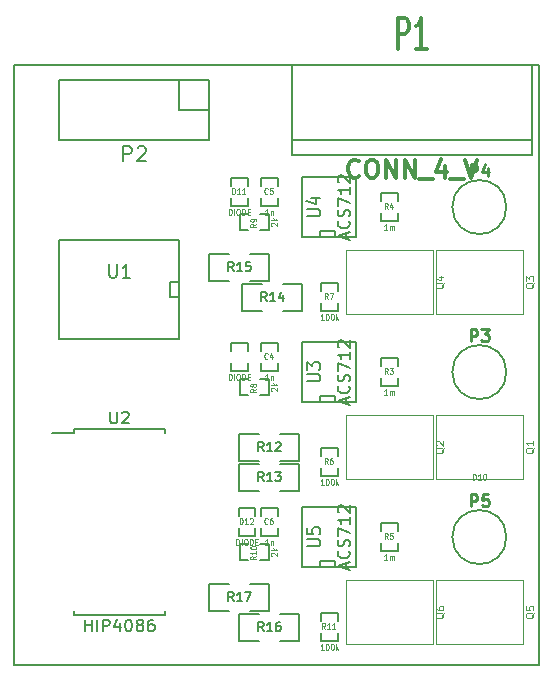
<source format=gbr>
%FSLAX46Y46*%
G04 Gerber Fmt 4.6, Leading zero omitted, Abs format (unit mm)*
G04 Created by KiCad (PCBNEW (2014-10-27 BZR 5228)-product) date 06.12.2014 02:57:52*
%MOMM*%
G01*
G04 APERTURE LIST*
%ADD10C,0.100000*%
%ADD11C,0.200000*%
%ADD12C,0.150000*%
%ADD13C,0.203200*%
%ADD14C,0.304800*%
%ADD15C,0.114300*%
%ADD16C,0.127000*%
%ADD17C,0.254000*%
G04 APERTURE END LIST*
D10*
D11*
X215900000Y-80645000D02*
X215900000Y-29845000D01*
X171450000Y-80645000D02*
X215900000Y-80645000D01*
X171450000Y-29845000D02*
X171450000Y-80645000D01*
X215900000Y-29845000D02*
X171450000Y-29845000D01*
D10*
X214520000Y-59530000D02*
X214520000Y-64930000D01*
X214520000Y-64930000D02*
X207120000Y-64930000D01*
X207120000Y-59530000D02*
X207120000Y-64930000D01*
X214520000Y-59530000D02*
X207120000Y-59530000D01*
X214520000Y-73500000D02*
X214520000Y-78900000D01*
X214520000Y-78900000D02*
X207120000Y-78900000D01*
X207120000Y-73500000D02*
X207120000Y-78900000D01*
X214520000Y-73500000D02*
X207120000Y-73500000D01*
X206900000Y-73500000D02*
X206900000Y-78900000D01*
X206900000Y-78900000D02*
X199500000Y-78900000D01*
X199500000Y-73500000D02*
X199500000Y-78900000D01*
X206900000Y-73500000D02*
X199500000Y-73500000D01*
D12*
X187960000Y-36195000D02*
X175260000Y-36195000D01*
X175260000Y-36195000D02*
X175260000Y-31115000D01*
X175260000Y-31115000D02*
X185420000Y-31115000D01*
X187960000Y-36195000D02*
X187960000Y-33655000D01*
X187960000Y-31115000D02*
X185420000Y-31115000D01*
X187960000Y-33655000D02*
X185420000Y-33655000D01*
X185420000Y-33655000D02*
X185420000Y-31115000D01*
X187960000Y-31115000D02*
X187960000Y-33655000D01*
X194945000Y-29845000D02*
X194945000Y-37465000D01*
X215265000Y-37465000D02*
X215265000Y-29845000D01*
X215265000Y-36195000D02*
X194945000Y-36195000D01*
X194945000Y-29845000D02*
X215265000Y-29845000D01*
X194945000Y-37465000D02*
X215265000Y-37465000D01*
X175260000Y-44704000D02*
X185420000Y-44704000D01*
X185420000Y-44704000D02*
X185420000Y-53086000D01*
X185420000Y-53086000D02*
X175260000Y-53086000D01*
X175260000Y-53086000D02*
X175260000Y-44704000D01*
X185420000Y-49530000D02*
X184658000Y-49530000D01*
X184658000Y-49530000D02*
X184658000Y-48260000D01*
X184658000Y-48260000D02*
X185420000Y-48260000D01*
X197421500Y-64000380D02*
X197421500Y-64706500D01*
X197421500Y-64706500D02*
X198818500Y-64706500D01*
X198818500Y-64706500D02*
X198818500Y-64000380D01*
X197421500Y-62293500D02*
X197421500Y-62999620D01*
X197421500Y-62293500D02*
X198818500Y-62293500D01*
X198818500Y-62293500D02*
X198818500Y-62999620D01*
X190754000Y-48387000D02*
X190754000Y-50673000D01*
X190754000Y-50673000D02*
X192405000Y-50673000D01*
X194183000Y-48387000D02*
X195834000Y-48387000D01*
X195834000Y-48387000D02*
X195834000Y-50673000D01*
X195834000Y-50673000D02*
X194183000Y-50673000D01*
X192405000Y-48387000D02*
X190754000Y-48387000D01*
X195834000Y-44450000D02*
X195834000Y-39370000D01*
X195834000Y-39370000D02*
X200406000Y-39370000D01*
X200406000Y-39370000D02*
X200406000Y-44450000D01*
X200406000Y-44450000D02*
X195834000Y-44450000D01*
X197358000Y-44450000D02*
X197358000Y-43942000D01*
X197358000Y-43942000D02*
X198628000Y-43942000D01*
X198628000Y-43942000D02*
X198628000Y-44450000D01*
D10*
X206900000Y-45560000D02*
X206900000Y-50960000D01*
X206900000Y-50960000D02*
X199500000Y-50960000D01*
X199500000Y-45560000D02*
X199500000Y-50960000D01*
X206900000Y-45560000D02*
X199500000Y-45560000D01*
D12*
X213106000Y-41910000D02*
G75*
G03X213106000Y-41910000I-2286000J0D01*
G01*
D10*
X214520000Y-45560000D02*
X214520000Y-50960000D01*
X214520000Y-50960000D02*
X207120000Y-50960000D01*
X207120000Y-45560000D02*
X207120000Y-50960000D01*
X214520000Y-45560000D02*
X207120000Y-45560000D01*
X206900000Y-59530000D02*
X206900000Y-64930000D01*
X206900000Y-64930000D02*
X199500000Y-64930000D01*
X199500000Y-59530000D02*
X199500000Y-64930000D01*
X206900000Y-59530000D02*
X199500000Y-59530000D01*
D12*
X176465000Y-60705000D02*
X176465000Y-61070000D01*
X184215000Y-60705000D02*
X184215000Y-61070000D01*
X184215000Y-76455000D02*
X184215000Y-76090000D01*
X176465000Y-76455000D02*
X176465000Y-76090000D01*
X176465000Y-60705000D02*
X184215000Y-60705000D01*
X176465000Y-76455000D02*
X184215000Y-76455000D01*
X176465000Y-61070000D02*
X174640000Y-61070000D01*
X190500000Y-61087000D02*
X190500000Y-63373000D01*
X190500000Y-63373000D02*
X192151000Y-63373000D01*
X193929000Y-61087000D02*
X195580000Y-61087000D01*
X195580000Y-61087000D02*
X195580000Y-63373000D01*
X195580000Y-63373000D02*
X193929000Y-63373000D01*
X192151000Y-61087000D02*
X190500000Y-61087000D01*
X213106000Y-69850000D02*
G75*
G03X213106000Y-69850000I-2286000J0D01*
G01*
X192341500Y-41140380D02*
X192341500Y-41846500D01*
X192341500Y-41846500D02*
X193738500Y-41846500D01*
X193738500Y-41846500D02*
X193738500Y-41140380D01*
X192341500Y-39433500D02*
X192341500Y-40139620D01*
X192341500Y-39433500D02*
X193738500Y-39433500D01*
X193738500Y-39433500D02*
X193738500Y-40139620D01*
X192341500Y-69080380D02*
X192341500Y-69786500D01*
X192341500Y-69786500D02*
X193738500Y-69786500D01*
X193738500Y-69786500D02*
X193738500Y-69080380D01*
X192341500Y-67373500D02*
X192341500Y-68079620D01*
X192341500Y-67373500D02*
X193738500Y-67373500D01*
X193738500Y-67373500D02*
X193738500Y-68079620D01*
X189801500Y-55110380D02*
X189801500Y-55816500D01*
X189801500Y-55816500D02*
X191198500Y-55816500D01*
X191198500Y-55816500D02*
X191198500Y-55110380D01*
X189801500Y-53403500D02*
X189801500Y-54109620D01*
X189801500Y-53403500D02*
X191198500Y-53403500D01*
X191198500Y-53403500D02*
X191198500Y-54109620D01*
X189801500Y-41140380D02*
X189801500Y-41846500D01*
X189801500Y-41846500D02*
X191198500Y-41846500D01*
X191198500Y-41846500D02*
X191198500Y-41140380D01*
X189801500Y-39433500D02*
X189801500Y-40139620D01*
X189801500Y-39433500D02*
X191198500Y-39433500D01*
X191198500Y-39433500D02*
X191198500Y-40139620D01*
X190436500Y-69080380D02*
X190436500Y-69786500D01*
X190436500Y-69786500D02*
X191833500Y-69786500D01*
X191833500Y-69786500D02*
X191833500Y-69080380D01*
X190436500Y-67373500D02*
X190436500Y-68079620D01*
X190436500Y-67373500D02*
X191833500Y-67373500D01*
X191833500Y-67373500D02*
X191833500Y-68079620D01*
X202501500Y-42410380D02*
X202501500Y-43116500D01*
X202501500Y-43116500D02*
X203898500Y-43116500D01*
X203898500Y-43116500D02*
X203898500Y-42410380D01*
X202501500Y-40703500D02*
X202501500Y-41409620D01*
X202501500Y-40703500D02*
X203898500Y-40703500D01*
X203898500Y-40703500D02*
X203898500Y-41409620D01*
X202501500Y-70350380D02*
X202501500Y-71056500D01*
X202501500Y-71056500D02*
X203898500Y-71056500D01*
X203898500Y-71056500D02*
X203898500Y-70350380D01*
X202501500Y-68643500D02*
X202501500Y-69349620D01*
X202501500Y-68643500D02*
X203898500Y-68643500D01*
X203898500Y-68643500D02*
X203898500Y-69349620D01*
X197421500Y-50030380D02*
X197421500Y-50736500D01*
X197421500Y-50736500D02*
X198818500Y-50736500D01*
X198818500Y-50736500D02*
X198818500Y-50030380D01*
X197421500Y-48323500D02*
X197421500Y-49029620D01*
X197421500Y-48323500D02*
X198818500Y-48323500D01*
X198818500Y-48323500D02*
X198818500Y-49029620D01*
X192270380Y-57848500D02*
X192976500Y-57848500D01*
X192976500Y-57848500D02*
X192976500Y-56451500D01*
X192976500Y-56451500D02*
X192270380Y-56451500D01*
X190563500Y-57848500D02*
X191269620Y-57848500D01*
X190563500Y-57848500D02*
X190563500Y-56451500D01*
X190563500Y-56451500D02*
X191269620Y-56451500D01*
X192270380Y-43878500D02*
X192976500Y-43878500D01*
X192976500Y-43878500D02*
X192976500Y-42481500D01*
X192976500Y-42481500D02*
X192270380Y-42481500D01*
X190563500Y-43878500D02*
X191269620Y-43878500D01*
X190563500Y-43878500D02*
X190563500Y-42481500D01*
X190563500Y-42481500D02*
X191269620Y-42481500D01*
X192270380Y-71818500D02*
X192976500Y-71818500D01*
X192976500Y-71818500D02*
X192976500Y-70421500D01*
X192976500Y-70421500D02*
X192270380Y-70421500D01*
X190563500Y-71818500D02*
X191269620Y-71818500D01*
X190563500Y-71818500D02*
X190563500Y-70421500D01*
X190563500Y-70421500D02*
X191269620Y-70421500D01*
X197421500Y-77970380D02*
X197421500Y-78676500D01*
X197421500Y-78676500D02*
X198818500Y-78676500D01*
X198818500Y-78676500D02*
X198818500Y-77970380D01*
X197421500Y-76263500D02*
X197421500Y-76969620D01*
X197421500Y-76263500D02*
X198818500Y-76263500D01*
X198818500Y-76263500D02*
X198818500Y-76969620D01*
X195834000Y-72390000D02*
X195834000Y-67310000D01*
X195834000Y-67310000D02*
X200406000Y-67310000D01*
X200406000Y-67310000D02*
X200406000Y-72390000D01*
X200406000Y-72390000D02*
X195834000Y-72390000D01*
X197358000Y-72390000D02*
X197358000Y-71882000D01*
X197358000Y-71882000D02*
X198628000Y-71882000D01*
X198628000Y-71882000D02*
X198628000Y-72390000D01*
X192341500Y-55110380D02*
X192341500Y-55816500D01*
X192341500Y-55816500D02*
X193738500Y-55816500D01*
X193738500Y-55816500D02*
X193738500Y-55110380D01*
X192341500Y-53403500D02*
X192341500Y-54109620D01*
X192341500Y-53403500D02*
X193738500Y-53403500D01*
X193738500Y-53403500D02*
X193738500Y-54109620D01*
X202501500Y-56380380D02*
X202501500Y-57086500D01*
X202501500Y-57086500D02*
X203898500Y-57086500D01*
X203898500Y-57086500D02*
X203898500Y-56380380D01*
X202501500Y-54673500D02*
X202501500Y-55379620D01*
X202501500Y-54673500D02*
X203898500Y-54673500D01*
X203898500Y-54673500D02*
X203898500Y-55379620D01*
X195834000Y-58420000D02*
X195834000Y-53340000D01*
X195834000Y-53340000D02*
X200406000Y-53340000D01*
X200406000Y-53340000D02*
X200406000Y-58420000D01*
X200406000Y-58420000D02*
X195834000Y-58420000D01*
X197358000Y-58420000D02*
X197358000Y-57912000D01*
X197358000Y-57912000D02*
X198628000Y-57912000D01*
X198628000Y-57912000D02*
X198628000Y-58420000D01*
X213106000Y-55880000D02*
G75*
G03X213106000Y-55880000I-2286000J0D01*
G01*
X190500000Y-63627000D02*
X190500000Y-65913000D01*
X190500000Y-65913000D02*
X192151000Y-65913000D01*
X193929000Y-63627000D02*
X195580000Y-63627000D01*
X195580000Y-63627000D02*
X195580000Y-65913000D01*
X195580000Y-65913000D02*
X193929000Y-65913000D01*
X192151000Y-63627000D02*
X190500000Y-63627000D01*
X187960000Y-45847000D02*
X187960000Y-48133000D01*
X187960000Y-48133000D02*
X189611000Y-48133000D01*
X191389000Y-45847000D02*
X193040000Y-45847000D01*
X193040000Y-45847000D02*
X193040000Y-48133000D01*
X193040000Y-48133000D02*
X191389000Y-48133000D01*
X189611000Y-45847000D02*
X187960000Y-45847000D01*
X190500000Y-76327000D02*
X190500000Y-78613000D01*
X190500000Y-78613000D02*
X192151000Y-78613000D01*
X193929000Y-76327000D02*
X195580000Y-76327000D01*
X195580000Y-76327000D02*
X195580000Y-78613000D01*
X195580000Y-78613000D02*
X193929000Y-78613000D01*
X192151000Y-76327000D02*
X190500000Y-76327000D01*
X187960000Y-73787000D02*
X187960000Y-76073000D01*
X187960000Y-76073000D02*
X189611000Y-76073000D01*
X191389000Y-73787000D02*
X193040000Y-73787000D01*
X193040000Y-73787000D02*
X193040000Y-76073000D01*
X193040000Y-76073000D02*
X191389000Y-76073000D01*
X189611000Y-73787000D02*
X187960000Y-73787000D01*
D10*
X215462262Y-62289524D02*
X215432500Y-62349048D01*
X215372976Y-62408571D01*
X215283690Y-62497857D01*
X215253929Y-62557381D01*
X215253929Y-62616905D01*
X215402738Y-62587143D02*
X215372976Y-62646667D01*
X215313452Y-62706190D01*
X215194405Y-62735952D01*
X214986071Y-62735952D01*
X214867024Y-62706190D01*
X214807500Y-62646667D01*
X214777738Y-62587143D01*
X214777738Y-62468095D01*
X214807500Y-62408571D01*
X214867024Y-62349048D01*
X214986071Y-62319286D01*
X215194405Y-62319286D01*
X215313452Y-62349048D01*
X215372976Y-62408571D01*
X215402738Y-62468095D01*
X215402738Y-62587143D01*
X215402738Y-61724048D02*
X215402738Y-62081190D01*
X215402738Y-61902619D02*
X214777738Y-61902619D01*
X214867024Y-61962143D01*
X214926548Y-62021667D01*
X214956310Y-62081190D01*
X215462262Y-76259524D02*
X215432500Y-76319048D01*
X215372976Y-76378571D01*
X215283690Y-76467857D01*
X215253929Y-76527381D01*
X215253929Y-76586905D01*
X215402738Y-76557143D02*
X215372976Y-76616667D01*
X215313452Y-76676190D01*
X215194405Y-76705952D01*
X214986071Y-76705952D01*
X214867024Y-76676190D01*
X214807500Y-76616667D01*
X214777738Y-76557143D01*
X214777738Y-76438095D01*
X214807500Y-76378571D01*
X214867024Y-76319048D01*
X214986071Y-76289286D01*
X215194405Y-76289286D01*
X215313452Y-76319048D01*
X215372976Y-76378571D01*
X215402738Y-76438095D01*
X215402738Y-76557143D01*
X214777738Y-75723809D02*
X214777738Y-76021428D01*
X215075357Y-76051190D01*
X215045595Y-76021428D01*
X215015833Y-75961905D01*
X215015833Y-75813095D01*
X215045595Y-75753571D01*
X215075357Y-75723809D01*
X215134881Y-75694048D01*
X215283690Y-75694048D01*
X215343214Y-75723809D01*
X215372976Y-75753571D01*
X215402738Y-75813095D01*
X215402738Y-75961905D01*
X215372976Y-76021428D01*
X215343214Y-76051190D01*
X207842262Y-76259524D02*
X207812500Y-76319048D01*
X207752976Y-76378571D01*
X207663690Y-76467857D01*
X207633929Y-76527381D01*
X207633929Y-76586905D01*
X207782738Y-76557143D02*
X207752976Y-76616667D01*
X207693452Y-76676190D01*
X207574405Y-76705952D01*
X207366071Y-76705952D01*
X207247024Y-76676190D01*
X207187500Y-76616667D01*
X207157738Y-76557143D01*
X207157738Y-76438095D01*
X207187500Y-76378571D01*
X207247024Y-76319048D01*
X207366071Y-76289286D01*
X207574405Y-76289286D01*
X207693452Y-76319048D01*
X207752976Y-76378571D01*
X207782738Y-76438095D01*
X207782738Y-76557143D01*
X207157738Y-75753571D02*
X207157738Y-75872619D01*
X207187500Y-75932143D01*
X207217262Y-75961905D01*
X207306548Y-76021428D01*
X207425595Y-76051190D01*
X207663690Y-76051190D01*
X207723214Y-76021428D01*
X207752976Y-75991667D01*
X207782738Y-75932143D01*
X207782738Y-75813095D01*
X207752976Y-75753571D01*
X207723214Y-75723809D01*
X207663690Y-75694048D01*
X207514881Y-75694048D01*
X207455357Y-75723809D01*
X207425595Y-75753571D01*
X207395833Y-75813095D01*
X207395833Y-75932143D01*
X207425595Y-75991667D01*
X207455357Y-76021428D01*
X207514881Y-76051190D01*
D13*
X180672619Y-38039524D02*
X180672619Y-36769524D01*
X181156428Y-36769524D01*
X181277381Y-36830000D01*
X181337857Y-36890476D01*
X181398333Y-37011429D01*
X181398333Y-37192857D01*
X181337857Y-37313810D01*
X181277381Y-37374286D01*
X181156428Y-37434762D01*
X180672619Y-37434762D01*
X181882143Y-36890476D02*
X181942619Y-36830000D01*
X182063571Y-36769524D01*
X182365952Y-36769524D01*
X182486905Y-36830000D01*
X182547381Y-36890476D01*
X182607857Y-37011429D01*
X182607857Y-37132381D01*
X182547381Y-37313810D01*
X181821667Y-38039524D01*
X182607857Y-38039524D01*
D14*
X203925775Y-28488519D02*
X203925775Y-25872319D01*
X204534408Y-25872319D01*
X204686566Y-25996900D01*
X204762645Y-26121481D01*
X204838724Y-26370643D01*
X204838724Y-26744386D01*
X204762645Y-26993548D01*
X204686566Y-27118129D01*
X204534408Y-27242710D01*
X203925775Y-27242710D01*
X206360305Y-28488519D02*
X205447356Y-28488519D01*
X205903830Y-28488519D02*
X205903830Y-25872319D01*
X205751672Y-26246062D01*
X205599514Y-26495224D01*
X205447356Y-26619805D01*
X200641857Y-39279286D02*
X200569286Y-39351857D01*
X200351572Y-39424429D01*
X200206429Y-39424429D01*
X199988714Y-39351857D01*
X199843572Y-39206714D01*
X199771000Y-39061571D01*
X199698429Y-38771286D01*
X199698429Y-38553571D01*
X199771000Y-38263286D01*
X199843572Y-38118143D01*
X199988714Y-37973000D01*
X200206429Y-37900429D01*
X200351572Y-37900429D01*
X200569286Y-37973000D01*
X200641857Y-38045571D01*
X201585286Y-37900429D02*
X201875572Y-37900429D01*
X202020714Y-37973000D01*
X202165857Y-38118143D01*
X202238429Y-38408429D01*
X202238429Y-38916429D01*
X202165857Y-39206714D01*
X202020714Y-39351857D01*
X201875572Y-39424429D01*
X201585286Y-39424429D01*
X201440143Y-39351857D01*
X201295000Y-39206714D01*
X201222429Y-38916429D01*
X201222429Y-38408429D01*
X201295000Y-38118143D01*
X201440143Y-37973000D01*
X201585286Y-37900429D01*
X202891571Y-39424429D02*
X202891571Y-37900429D01*
X203762428Y-39424429D01*
X203762428Y-37900429D01*
X204488142Y-39424429D02*
X204488142Y-37900429D01*
X205358999Y-39424429D01*
X205358999Y-37900429D01*
X205721856Y-39569571D02*
X206882999Y-39569571D01*
X207898999Y-38408429D02*
X207898999Y-39424429D01*
X207536142Y-37827857D02*
X207173285Y-38916429D01*
X208116713Y-38916429D01*
X208334428Y-39569571D02*
X209495571Y-39569571D01*
X209640714Y-37900429D02*
X210148714Y-39424429D01*
X210656714Y-37900429D01*
D13*
X179469143Y-46745071D02*
X179469143Y-47670357D01*
X179523571Y-47779214D01*
X179578000Y-47833643D01*
X179686857Y-47888071D01*
X179904571Y-47888071D01*
X180013429Y-47833643D01*
X180067857Y-47779214D01*
X180122286Y-47670357D01*
X180122286Y-46745071D01*
X181265286Y-47888071D02*
X180612143Y-47888071D01*
X180938715Y-47888071D02*
X180938715Y-46745071D01*
X180829858Y-46908357D01*
X180721000Y-47017214D01*
X180612143Y-47071643D01*
D15*
X197980300Y-63662862D02*
X197827900Y-63424586D01*
X197719043Y-63662862D02*
X197719043Y-63162482D01*
X197893215Y-63162482D01*
X197936757Y-63186310D01*
X197958529Y-63210138D01*
X197980300Y-63257793D01*
X197980300Y-63329276D01*
X197958529Y-63376931D01*
X197936757Y-63400759D01*
X197893215Y-63424586D01*
X197719043Y-63424586D01*
X198372186Y-63162482D02*
X198285100Y-63162482D01*
X198241557Y-63186310D01*
X198219786Y-63210138D01*
X198176243Y-63281620D01*
X198154472Y-63376931D01*
X198154472Y-63567552D01*
X198176243Y-63615207D01*
X198198015Y-63639035D01*
X198241557Y-63662862D01*
X198328643Y-63662862D01*
X198372186Y-63639035D01*
X198393957Y-63615207D01*
X198415729Y-63567552D01*
X198415729Y-63448414D01*
X198393957Y-63400759D01*
X198372186Y-63376931D01*
X198328643Y-63353103D01*
X198241557Y-63353103D01*
X198198015Y-63376931D01*
X198176243Y-63400759D01*
X198154472Y-63448414D01*
X197630143Y-65429070D02*
X197368886Y-65429070D01*
X197499514Y-65429070D02*
X197499514Y-64921070D01*
X197455971Y-64993641D01*
X197412429Y-65042022D01*
X197368886Y-65066212D01*
X197913172Y-64921070D02*
X197956715Y-64921070D01*
X198000258Y-64945260D01*
X198022029Y-64969450D01*
X198043800Y-65017831D01*
X198065572Y-65114593D01*
X198065572Y-65235546D01*
X198043800Y-65332308D01*
X198022029Y-65380689D01*
X198000258Y-65404879D01*
X197956715Y-65429070D01*
X197913172Y-65429070D01*
X197869629Y-65404879D01*
X197847858Y-65380689D01*
X197826086Y-65332308D01*
X197804315Y-65235546D01*
X197804315Y-65114593D01*
X197826086Y-65017831D01*
X197847858Y-64969450D01*
X197869629Y-64945260D01*
X197913172Y-64921070D01*
X198348601Y-64921070D02*
X198392144Y-64921070D01*
X198435687Y-64945260D01*
X198457458Y-64969450D01*
X198479229Y-65017831D01*
X198501001Y-65114593D01*
X198501001Y-65235546D01*
X198479229Y-65332308D01*
X198457458Y-65380689D01*
X198435687Y-65404879D01*
X198392144Y-65429070D01*
X198348601Y-65429070D01*
X198305058Y-65404879D01*
X198283287Y-65380689D01*
X198261515Y-65332308D01*
X198239744Y-65235546D01*
X198239744Y-65114593D01*
X198261515Y-65017831D01*
X198283287Y-64969450D01*
X198305058Y-64945260D01*
X198348601Y-64921070D01*
X198696944Y-65429070D02*
X198696944Y-64921070D01*
X198740487Y-65235546D02*
X198871116Y-65429070D01*
X198871116Y-65090403D02*
X198696944Y-65283927D01*
D16*
X192804143Y-49874714D02*
X192550143Y-49511857D01*
X192368715Y-49874714D02*
X192368715Y-49112714D01*
X192659000Y-49112714D01*
X192731572Y-49149000D01*
X192767857Y-49185286D01*
X192804143Y-49257857D01*
X192804143Y-49366714D01*
X192767857Y-49439286D01*
X192731572Y-49475571D01*
X192659000Y-49511857D01*
X192368715Y-49511857D01*
X193529857Y-49874714D02*
X193094429Y-49874714D01*
X193312143Y-49874714D02*
X193312143Y-49112714D01*
X193239572Y-49221571D01*
X193167000Y-49294143D01*
X193094429Y-49330429D01*
X194183000Y-49366714D02*
X194183000Y-49874714D01*
X194001571Y-49076429D02*
X193820143Y-49620714D01*
X194291857Y-49620714D01*
X196224071Y-42684095D02*
X197149357Y-42684095D01*
X197258214Y-42635714D01*
X197312643Y-42587333D01*
X197367071Y-42490571D01*
X197367071Y-42297048D01*
X197312643Y-42200286D01*
X197258214Y-42151905D01*
X197149357Y-42103524D01*
X196224071Y-42103524D01*
X196605071Y-41184286D02*
X197367071Y-41184286D01*
X196169643Y-41426190D02*
X196986071Y-41668095D01*
X196986071Y-41039143D01*
X199559333Y-44595142D02*
X199559333Y-44111333D01*
X199849619Y-44691904D02*
X198833619Y-44353237D01*
X199849619Y-44014571D01*
X199752857Y-43095333D02*
X199801238Y-43143714D01*
X199849619Y-43288857D01*
X199849619Y-43385619D01*
X199801238Y-43530761D01*
X199704476Y-43627523D01*
X199607714Y-43675904D01*
X199414190Y-43724285D01*
X199269048Y-43724285D01*
X199075524Y-43675904D01*
X198978762Y-43627523D01*
X198882000Y-43530761D01*
X198833619Y-43385619D01*
X198833619Y-43288857D01*
X198882000Y-43143714D01*
X198930381Y-43095333D01*
X199801238Y-42708285D02*
X199849619Y-42563142D01*
X199849619Y-42321238D01*
X199801238Y-42224476D01*
X199752857Y-42176095D01*
X199656095Y-42127714D01*
X199559333Y-42127714D01*
X199462571Y-42176095D01*
X199414190Y-42224476D01*
X199365810Y-42321238D01*
X199317429Y-42514761D01*
X199269048Y-42611523D01*
X199220667Y-42659904D01*
X199123905Y-42708285D01*
X199027143Y-42708285D01*
X198930381Y-42659904D01*
X198882000Y-42611523D01*
X198833619Y-42514761D01*
X198833619Y-42272857D01*
X198882000Y-42127714D01*
X198833619Y-41789047D02*
X198833619Y-41111714D01*
X199849619Y-41547142D01*
X199849619Y-40192476D02*
X199849619Y-40773047D01*
X199849619Y-40482761D02*
X198833619Y-40482761D01*
X198978762Y-40579523D01*
X199075524Y-40676285D01*
X199123905Y-40773047D01*
X198930381Y-39805428D02*
X198882000Y-39757047D01*
X198833619Y-39660285D01*
X198833619Y-39418381D01*
X198882000Y-39321619D01*
X198930381Y-39273238D01*
X199027143Y-39224857D01*
X199123905Y-39224857D01*
X199269048Y-39273238D01*
X199849619Y-39853809D01*
X199849619Y-39224857D01*
D10*
X207842262Y-48319524D02*
X207812500Y-48379048D01*
X207752976Y-48438571D01*
X207663690Y-48527857D01*
X207633929Y-48587381D01*
X207633929Y-48646905D01*
X207782738Y-48617143D02*
X207752976Y-48676667D01*
X207693452Y-48736190D01*
X207574405Y-48765952D01*
X207366071Y-48765952D01*
X207247024Y-48736190D01*
X207187500Y-48676667D01*
X207157738Y-48617143D01*
X207157738Y-48498095D01*
X207187500Y-48438571D01*
X207247024Y-48379048D01*
X207366071Y-48349286D01*
X207574405Y-48349286D01*
X207693452Y-48379048D01*
X207752976Y-48438571D01*
X207782738Y-48498095D01*
X207782738Y-48617143D01*
X207366071Y-47813571D02*
X207782738Y-47813571D01*
X207127976Y-47962381D02*
X207574405Y-48111190D01*
X207574405Y-47724286D01*
D17*
X210070096Y-39321619D02*
X210070096Y-38305619D01*
X210457143Y-38305619D01*
X210553905Y-38354000D01*
X210602286Y-38402381D01*
X210650667Y-38499143D01*
X210650667Y-38644286D01*
X210602286Y-38741048D01*
X210553905Y-38789429D01*
X210457143Y-38837810D01*
X210070096Y-38837810D01*
X211521524Y-38644286D02*
X211521524Y-39321619D01*
X211279620Y-38257238D02*
X211037715Y-38982952D01*
X211666667Y-38982952D01*
D10*
X215462262Y-48319524D02*
X215432500Y-48379048D01*
X215372976Y-48438571D01*
X215283690Y-48527857D01*
X215253929Y-48587381D01*
X215253929Y-48646905D01*
X215402738Y-48617143D02*
X215372976Y-48676667D01*
X215313452Y-48736190D01*
X215194405Y-48765952D01*
X214986071Y-48765952D01*
X214867024Y-48736190D01*
X214807500Y-48676667D01*
X214777738Y-48617143D01*
X214777738Y-48498095D01*
X214807500Y-48438571D01*
X214867024Y-48379048D01*
X214986071Y-48349286D01*
X215194405Y-48349286D01*
X215313452Y-48379048D01*
X215372976Y-48438571D01*
X215402738Y-48498095D01*
X215402738Y-48617143D01*
X214777738Y-48140952D02*
X214777738Y-47754048D01*
X215015833Y-47962381D01*
X215015833Y-47873095D01*
X215045595Y-47813571D01*
X215075357Y-47783809D01*
X215134881Y-47754048D01*
X215283690Y-47754048D01*
X215343214Y-47783809D01*
X215372976Y-47813571D01*
X215402738Y-47873095D01*
X215402738Y-48051667D01*
X215372976Y-48111190D01*
X215343214Y-48140952D01*
X207842262Y-62289524D02*
X207812500Y-62349048D01*
X207752976Y-62408571D01*
X207663690Y-62497857D01*
X207633929Y-62557381D01*
X207633929Y-62616905D01*
X207782738Y-62587143D02*
X207752976Y-62646667D01*
X207693452Y-62706190D01*
X207574405Y-62735952D01*
X207366071Y-62735952D01*
X207247024Y-62706190D01*
X207187500Y-62646667D01*
X207157738Y-62587143D01*
X207157738Y-62468095D01*
X207187500Y-62408571D01*
X207247024Y-62349048D01*
X207366071Y-62319286D01*
X207574405Y-62319286D01*
X207693452Y-62349048D01*
X207752976Y-62408571D01*
X207782738Y-62468095D01*
X207782738Y-62587143D01*
X207217262Y-62081190D02*
X207187500Y-62051428D01*
X207157738Y-61991905D01*
X207157738Y-61843095D01*
X207187500Y-61783571D01*
X207217262Y-61753809D01*
X207276786Y-61724048D01*
X207336310Y-61724048D01*
X207425595Y-61753809D01*
X207782738Y-62110952D01*
X207782738Y-61724048D01*
D12*
X179578095Y-59232381D02*
X179578095Y-60041905D01*
X179625714Y-60137143D01*
X179673333Y-60184762D01*
X179768571Y-60232381D01*
X179959048Y-60232381D01*
X180054286Y-60184762D01*
X180101905Y-60137143D01*
X180149524Y-60041905D01*
X180149524Y-59232381D01*
X180578095Y-59327619D02*
X180625714Y-59280000D01*
X180720952Y-59232381D01*
X180959048Y-59232381D01*
X181054286Y-59280000D01*
X181101905Y-59327619D01*
X181149524Y-59422857D01*
X181149524Y-59518095D01*
X181101905Y-59660952D01*
X180530476Y-60232381D01*
X181149524Y-60232381D01*
X177411429Y-77832381D02*
X177411429Y-76832381D01*
X177411429Y-77308571D02*
X177982858Y-77308571D01*
X177982858Y-77832381D02*
X177982858Y-76832381D01*
X178459048Y-77832381D02*
X178459048Y-76832381D01*
X178935238Y-77832381D02*
X178935238Y-76832381D01*
X179316191Y-76832381D01*
X179411429Y-76880000D01*
X179459048Y-76927619D01*
X179506667Y-77022857D01*
X179506667Y-77165714D01*
X179459048Y-77260952D01*
X179411429Y-77308571D01*
X179316191Y-77356190D01*
X178935238Y-77356190D01*
X180363810Y-77165714D02*
X180363810Y-77832381D01*
X180125714Y-76784762D02*
X179887619Y-77499048D01*
X180506667Y-77499048D01*
X181078095Y-76832381D02*
X181173334Y-76832381D01*
X181268572Y-76880000D01*
X181316191Y-76927619D01*
X181363810Y-77022857D01*
X181411429Y-77213333D01*
X181411429Y-77451429D01*
X181363810Y-77641905D01*
X181316191Y-77737143D01*
X181268572Y-77784762D01*
X181173334Y-77832381D01*
X181078095Y-77832381D01*
X180982857Y-77784762D01*
X180935238Y-77737143D01*
X180887619Y-77641905D01*
X180840000Y-77451429D01*
X180840000Y-77213333D01*
X180887619Y-77022857D01*
X180935238Y-76927619D01*
X180982857Y-76880000D01*
X181078095Y-76832381D01*
X181982857Y-77260952D02*
X181887619Y-77213333D01*
X181840000Y-77165714D01*
X181792381Y-77070476D01*
X181792381Y-77022857D01*
X181840000Y-76927619D01*
X181887619Y-76880000D01*
X181982857Y-76832381D01*
X182173334Y-76832381D01*
X182268572Y-76880000D01*
X182316191Y-76927619D01*
X182363810Y-77022857D01*
X182363810Y-77070476D01*
X182316191Y-77165714D01*
X182268572Y-77213333D01*
X182173334Y-77260952D01*
X181982857Y-77260952D01*
X181887619Y-77308571D01*
X181840000Y-77356190D01*
X181792381Y-77451429D01*
X181792381Y-77641905D01*
X181840000Y-77737143D01*
X181887619Y-77784762D01*
X181982857Y-77832381D01*
X182173334Y-77832381D01*
X182268572Y-77784762D01*
X182316191Y-77737143D01*
X182363810Y-77641905D01*
X182363810Y-77451429D01*
X182316191Y-77356190D01*
X182268572Y-77308571D01*
X182173334Y-77260952D01*
X183220953Y-76832381D02*
X183030476Y-76832381D01*
X182935238Y-76880000D01*
X182887619Y-76927619D01*
X182792381Y-77070476D01*
X182744762Y-77260952D01*
X182744762Y-77641905D01*
X182792381Y-77737143D01*
X182840000Y-77784762D01*
X182935238Y-77832381D01*
X183125715Y-77832381D01*
X183220953Y-77784762D01*
X183268572Y-77737143D01*
X183316191Y-77641905D01*
X183316191Y-77403810D01*
X183268572Y-77308571D01*
X183220953Y-77260952D01*
X183125715Y-77213333D01*
X182935238Y-77213333D01*
X182840000Y-77260952D01*
X182792381Y-77308571D01*
X182744762Y-77403810D01*
D16*
X192550143Y-62574714D02*
X192296143Y-62211857D01*
X192114715Y-62574714D02*
X192114715Y-61812714D01*
X192405000Y-61812714D01*
X192477572Y-61849000D01*
X192513857Y-61885286D01*
X192550143Y-61957857D01*
X192550143Y-62066714D01*
X192513857Y-62139286D01*
X192477572Y-62175571D01*
X192405000Y-62211857D01*
X192114715Y-62211857D01*
X193275857Y-62574714D02*
X192840429Y-62574714D01*
X193058143Y-62574714D02*
X193058143Y-61812714D01*
X192985572Y-61921571D01*
X192913000Y-61994143D01*
X192840429Y-62030429D01*
X193566143Y-61885286D02*
X193602429Y-61849000D01*
X193675000Y-61812714D01*
X193856429Y-61812714D01*
X193929000Y-61849000D01*
X193965286Y-61885286D01*
X194001571Y-61957857D01*
X194001571Y-62030429D01*
X193965286Y-62139286D01*
X193529857Y-62574714D01*
X194001571Y-62574714D01*
D17*
X210070096Y-67261619D02*
X210070096Y-66245619D01*
X210457143Y-66245619D01*
X210553905Y-66294000D01*
X210602286Y-66342381D01*
X210650667Y-66439143D01*
X210650667Y-66584286D01*
X210602286Y-66681048D01*
X210553905Y-66729429D01*
X210457143Y-66777810D01*
X210070096Y-66777810D01*
X211569905Y-66245619D02*
X211086096Y-66245619D01*
X211037715Y-66729429D01*
X211086096Y-66681048D01*
X211182858Y-66632667D01*
X211424762Y-66632667D01*
X211521524Y-66681048D01*
X211569905Y-66729429D01*
X211618286Y-66826190D01*
X211618286Y-67068095D01*
X211569905Y-67164857D01*
X211521524Y-67213238D01*
X211424762Y-67261619D01*
X211182858Y-67261619D01*
X211086096Y-67213238D01*
X211037715Y-67164857D01*
D15*
X192900300Y-40755207D02*
X192878529Y-40779035D01*
X192813215Y-40802862D01*
X192769672Y-40802862D01*
X192704357Y-40779035D01*
X192660815Y-40731380D01*
X192639043Y-40683724D01*
X192617272Y-40588414D01*
X192617272Y-40516931D01*
X192639043Y-40421620D01*
X192660815Y-40373965D01*
X192704357Y-40326310D01*
X192769672Y-40302482D01*
X192813215Y-40302482D01*
X192878529Y-40326310D01*
X192900300Y-40350138D01*
X193313957Y-40302482D02*
X193096243Y-40302482D01*
X193074472Y-40540759D01*
X193096243Y-40516931D01*
X193139786Y-40493103D01*
X193248643Y-40493103D01*
X193292186Y-40516931D01*
X193313957Y-40540759D01*
X193335729Y-40588414D01*
X193335729Y-40707552D01*
X193313957Y-40755207D01*
X193292186Y-40779035D01*
X193248643Y-40802862D01*
X193139786Y-40802862D01*
X193096243Y-40779035D01*
X193074472Y-40755207D01*
X192963800Y-42569070D02*
X192702543Y-42569070D01*
X192833171Y-42569070D02*
X192833171Y-42061070D01*
X192789628Y-42133641D01*
X192746086Y-42182022D01*
X192702543Y-42206212D01*
X193159743Y-42230403D02*
X193159743Y-42569070D01*
X193159743Y-42278784D02*
X193181515Y-42254593D01*
X193225057Y-42230403D01*
X193290372Y-42230403D01*
X193333915Y-42254593D01*
X193355686Y-42302974D01*
X193355686Y-42569070D01*
X192900300Y-68695207D02*
X192878529Y-68719035D01*
X192813215Y-68742862D01*
X192769672Y-68742862D01*
X192704357Y-68719035D01*
X192660815Y-68671380D01*
X192639043Y-68623724D01*
X192617272Y-68528414D01*
X192617272Y-68456931D01*
X192639043Y-68361620D01*
X192660815Y-68313965D01*
X192704357Y-68266310D01*
X192769672Y-68242482D01*
X192813215Y-68242482D01*
X192878529Y-68266310D01*
X192900300Y-68290138D01*
X193292186Y-68242482D02*
X193205100Y-68242482D01*
X193161557Y-68266310D01*
X193139786Y-68290138D01*
X193096243Y-68361620D01*
X193074472Y-68456931D01*
X193074472Y-68647552D01*
X193096243Y-68695207D01*
X193118015Y-68719035D01*
X193161557Y-68742862D01*
X193248643Y-68742862D01*
X193292186Y-68719035D01*
X193313957Y-68695207D01*
X193335729Y-68647552D01*
X193335729Y-68528414D01*
X193313957Y-68480759D01*
X193292186Y-68456931D01*
X193248643Y-68433103D01*
X193161557Y-68433103D01*
X193118015Y-68456931D01*
X193096243Y-68480759D01*
X193074472Y-68528414D01*
X192963800Y-70509070D02*
X192702543Y-70509070D01*
X192833171Y-70509070D02*
X192833171Y-70001070D01*
X192789628Y-70073641D01*
X192746086Y-70122022D01*
X192702543Y-70146212D01*
X193159743Y-70170403D02*
X193159743Y-70509070D01*
X193159743Y-70218784D02*
X193181515Y-70194593D01*
X193225057Y-70170403D01*
X193290372Y-70170403D01*
X193333915Y-70194593D01*
X193355686Y-70242974D01*
X193355686Y-70509070D01*
X210264828Y-64996362D02*
X210264828Y-64495982D01*
X210373685Y-64495982D01*
X210439000Y-64519810D01*
X210482542Y-64567465D01*
X210504314Y-64615120D01*
X210526085Y-64710431D01*
X210526085Y-64781914D01*
X210504314Y-64877224D01*
X210482542Y-64924880D01*
X210439000Y-64972535D01*
X210373685Y-64996362D01*
X210264828Y-64996362D01*
X210961514Y-64996362D02*
X210700257Y-64996362D01*
X210830885Y-64996362D02*
X210830885Y-64495982D01*
X210787342Y-64567465D01*
X210743800Y-64615120D01*
X210700257Y-64638948D01*
X211244543Y-64495982D02*
X211288086Y-64495982D01*
X211331629Y-64519810D01*
X211353400Y-64543638D01*
X211375171Y-64591293D01*
X211396943Y-64686603D01*
X211396943Y-64805741D01*
X211375171Y-64901052D01*
X211353400Y-64948707D01*
X211331629Y-64972535D01*
X211288086Y-64996362D01*
X211244543Y-64996362D01*
X211201000Y-64972535D01*
X211179229Y-64948707D01*
X211157457Y-64901052D01*
X211135686Y-64805741D01*
X211135686Y-64686603D01*
X211157457Y-64591293D01*
X211179229Y-64543638D01*
X211201000Y-64519810D01*
X211244543Y-64495982D01*
X189596486Y-56539070D02*
X189596486Y-56031070D01*
X189705343Y-56031070D01*
X189770658Y-56055260D01*
X189814200Y-56103641D01*
X189835972Y-56152022D01*
X189857743Y-56248784D01*
X189857743Y-56321355D01*
X189835972Y-56418117D01*
X189814200Y-56466498D01*
X189770658Y-56514879D01*
X189705343Y-56539070D01*
X189596486Y-56539070D01*
X190053686Y-56539070D02*
X190053686Y-56031070D01*
X190358486Y-56031070D02*
X190445572Y-56031070D01*
X190489114Y-56055260D01*
X190532657Y-56103641D01*
X190554429Y-56200403D01*
X190554429Y-56369736D01*
X190532657Y-56466498D01*
X190489114Y-56514879D01*
X190445572Y-56539070D01*
X190358486Y-56539070D01*
X190314943Y-56514879D01*
X190271400Y-56466498D01*
X190249629Y-56369736D01*
X190249629Y-56200403D01*
X190271400Y-56103641D01*
X190314943Y-56055260D01*
X190358486Y-56031070D01*
X190750371Y-56539070D02*
X190750371Y-56031070D01*
X190859228Y-56031070D01*
X190924543Y-56055260D01*
X190968085Y-56103641D01*
X190989857Y-56152022D01*
X191011628Y-56248784D01*
X191011628Y-56321355D01*
X190989857Y-56418117D01*
X190968085Y-56466498D01*
X190924543Y-56514879D01*
X190859228Y-56539070D01*
X190750371Y-56539070D01*
X191207571Y-56272974D02*
X191359971Y-56272974D01*
X191425285Y-56539070D02*
X191207571Y-56539070D01*
X191207571Y-56031070D01*
X191425285Y-56031070D01*
X189881328Y-40802862D02*
X189881328Y-40302482D01*
X189990185Y-40302482D01*
X190055500Y-40326310D01*
X190099042Y-40373965D01*
X190120814Y-40421620D01*
X190142585Y-40516931D01*
X190142585Y-40588414D01*
X190120814Y-40683724D01*
X190099042Y-40731380D01*
X190055500Y-40779035D01*
X189990185Y-40802862D01*
X189881328Y-40802862D01*
X190578014Y-40802862D02*
X190316757Y-40802862D01*
X190447385Y-40802862D02*
X190447385Y-40302482D01*
X190403842Y-40373965D01*
X190360300Y-40421620D01*
X190316757Y-40445448D01*
X191013443Y-40802862D02*
X190752186Y-40802862D01*
X190882814Y-40802862D02*
X190882814Y-40302482D01*
X190839271Y-40373965D01*
X190795729Y-40421620D01*
X190752186Y-40445448D01*
X189596486Y-42569070D02*
X189596486Y-42061070D01*
X189705343Y-42061070D01*
X189770658Y-42085260D01*
X189814200Y-42133641D01*
X189835972Y-42182022D01*
X189857743Y-42278784D01*
X189857743Y-42351355D01*
X189835972Y-42448117D01*
X189814200Y-42496498D01*
X189770658Y-42544879D01*
X189705343Y-42569070D01*
X189596486Y-42569070D01*
X190053686Y-42569070D02*
X190053686Y-42061070D01*
X190358486Y-42061070D02*
X190445572Y-42061070D01*
X190489114Y-42085260D01*
X190532657Y-42133641D01*
X190554429Y-42230403D01*
X190554429Y-42399736D01*
X190532657Y-42496498D01*
X190489114Y-42544879D01*
X190445572Y-42569070D01*
X190358486Y-42569070D01*
X190314943Y-42544879D01*
X190271400Y-42496498D01*
X190249629Y-42399736D01*
X190249629Y-42230403D01*
X190271400Y-42133641D01*
X190314943Y-42085260D01*
X190358486Y-42061070D01*
X190750371Y-42569070D02*
X190750371Y-42061070D01*
X190859228Y-42061070D01*
X190924543Y-42085260D01*
X190968085Y-42133641D01*
X190989857Y-42182022D01*
X191011628Y-42278784D01*
X191011628Y-42351355D01*
X190989857Y-42448117D01*
X190968085Y-42496498D01*
X190924543Y-42544879D01*
X190859228Y-42569070D01*
X190750371Y-42569070D01*
X191207571Y-42302974D02*
X191359971Y-42302974D01*
X191425285Y-42569070D02*
X191207571Y-42569070D01*
X191207571Y-42061070D01*
X191425285Y-42061070D01*
X190516328Y-68742862D02*
X190516328Y-68242482D01*
X190625185Y-68242482D01*
X190690500Y-68266310D01*
X190734042Y-68313965D01*
X190755814Y-68361620D01*
X190777585Y-68456931D01*
X190777585Y-68528414D01*
X190755814Y-68623724D01*
X190734042Y-68671380D01*
X190690500Y-68719035D01*
X190625185Y-68742862D01*
X190516328Y-68742862D01*
X191213014Y-68742862D02*
X190951757Y-68742862D01*
X191082385Y-68742862D02*
X191082385Y-68242482D01*
X191038842Y-68313965D01*
X190995300Y-68361620D01*
X190951757Y-68385448D01*
X191387186Y-68290138D02*
X191408957Y-68266310D01*
X191452500Y-68242482D01*
X191561357Y-68242482D01*
X191604900Y-68266310D01*
X191626671Y-68290138D01*
X191648443Y-68337793D01*
X191648443Y-68385448D01*
X191626671Y-68456931D01*
X191365414Y-68742862D01*
X191648443Y-68742862D01*
X190231486Y-70509070D02*
X190231486Y-70001070D01*
X190340343Y-70001070D01*
X190405658Y-70025260D01*
X190449200Y-70073641D01*
X190470972Y-70122022D01*
X190492743Y-70218784D01*
X190492743Y-70291355D01*
X190470972Y-70388117D01*
X190449200Y-70436498D01*
X190405658Y-70484879D01*
X190340343Y-70509070D01*
X190231486Y-70509070D01*
X190688686Y-70509070D02*
X190688686Y-70001070D01*
X190993486Y-70001070D02*
X191080572Y-70001070D01*
X191124114Y-70025260D01*
X191167657Y-70073641D01*
X191189429Y-70170403D01*
X191189429Y-70339736D01*
X191167657Y-70436498D01*
X191124114Y-70484879D01*
X191080572Y-70509070D01*
X190993486Y-70509070D01*
X190949943Y-70484879D01*
X190906400Y-70436498D01*
X190884629Y-70339736D01*
X190884629Y-70170403D01*
X190906400Y-70073641D01*
X190949943Y-70025260D01*
X190993486Y-70001070D01*
X191385371Y-70509070D02*
X191385371Y-70001070D01*
X191494228Y-70001070D01*
X191559543Y-70025260D01*
X191603085Y-70073641D01*
X191624857Y-70122022D01*
X191646628Y-70218784D01*
X191646628Y-70291355D01*
X191624857Y-70388117D01*
X191603085Y-70436498D01*
X191559543Y-70484879D01*
X191494228Y-70509070D01*
X191385371Y-70509070D01*
X191842571Y-70242974D02*
X191994971Y-70242974D01*
X192060285Y-70509070D02*
X191842571Y-70509070D01*
X191842571Y-70001070D01*
X192060285Y-70001070D01*
X203060300Y-42072862D02*
X202907900Y-41834586D01*
X202799043Y-42072862D02*
X202799043Y-41572482D01*
X202973215Y-41572482D01*
X203016757Y-41596310D01*
X203038529Y-41620138D01*
X203060300Y-41667793D01*
X203060300Y-41739276D01*
X203038529Y-41786931D01*
X203016757Y-41810759D01*
X202973215Y-41834586D01*
X202799043Y-41834586D01*
X203452186Y-41739276D02*
X203452186Y-42072862D01*
X203343329Y-41548655D02*
X203234472Y-41906069D01*
X203517500Y-41906069D01*
X203025829Y-43839070D02*
X202764572Y-43839070D01*
X202895200Y-43839070D02*
X202895200Y-43331070D01*
X202851657Y-43403641D01*
X202808115Y-43452022D01*
X202764572Y-43476212D01*
X203221772Y-43839070D02*
X203221772Y-43500403D01*
X203221772Y-43548784D02*
X203243544Y-43524593D01*
X203287086Y-43500403D01*
X203352401Y-43500403D01*
X203395944Y-43524593D01*
X203417715Y-43572974D01*
X203417715Y-43839070D01*
X203417715Y-43572974D02*
X203439486Y-43524593D01*
X203483029Y-43500403D01*
X203548344Y-43500403D01*
X203591886Y-43524593D01*
X203613658Y-43572974D01*
X203613658Y-43839070D01*
X203060300Y-70012862D02*
X202907900Y-69774586D01*
X202799043Y-70012862D02*
X202799043Y-69512482D01*
X202973215Y-69512482D01*
X203016757Y-69536310D01*
X203038529Y-69560138D01*
X203060300Y-69607793D01*
X203060300Y-69679276D01*
X203038529Y-69726931D01*
X203016757Y-69750759D01*
X202973215Y-69774586D01*
X202799043Y-69774586D01*
X203473957Y-69512482D02*
X203256243Y-69512482D01*
X203234472Y-69750759D01*
X203256243Y-69726931D01*
X203299786Y-69703103D01*
X203408643Y-69703103D01*
X203452186Y-69726931D01*
X203473957Y-69750759D01*
X203495729Y-69798414D01*
X203495729Y-69917552D01*
X203473957Y-69965207D01*
X203452186Y-69989035D01*
X203408643Y-70012862D01*
X203299786Y-70012862D01*
X203256243Y-69989035D01*
X203234472Y-69965207D01*
X203025829Y-71779070D02*
X202764572Y-71779070D01*
X202895200Y-71779070D02*
X202895200Y-71271070D01*
X202851657Y-71343641D01*
X202808115Y-71392022D01*
X202764572Y-71416212D01*
X203221772Y-71779070D02*
X203221772Y-71440403D01*
X203221772Y-71488784D02*
X203243544Y-71464593D01*
X203287086Y-71440403D01*
X203352401Y-71440403D01*
X203395944Y-71464593D01*
X203417715Y-71512974D01*
X203417715Y-71779070D01*
X203417715Y-71512974D02*
X203439486Y-71464593D01*
X203483029Y-71440403D01*
X203548344Y-71440403D01*
X203591886Y-71464593D01*
X203613658Y-71512974D01*
X203613658Y-71779070D01*
X197980300Y-49692862D02*
X197827900Y-49454586D01*
X197719043Y-49692862D02*
X197719043Y-49192482D01*
X197893215Y-49192482D01*
X197936757Y-49216310D01*
X197958529Y-49240138D01*
X197980300Y-49287793D01*
X197980300Y-49359276D01*
X197958529Y-49406931D01*
X197936757Y-49430759D01*
X197893215Y-49454586D01*
X197719043Y-49454586D01*
X198132700Y-49192482D02*
X198437500Y-49192482D01*
X198241557Y-49692862D01*
X197630143Y-51459070D02*
X197368886Y-51459070D01*
X197499514Y-51459070D02*
X197499514Y-50951070D01*
X197455971Y-51023641D01*
X197412429Y-51072022D01*
X197368886Y-51096212D01*
X197913172Y-50951070D02*
X197956715Y-50951070D01*
X198000258Y-50975260D01*
X198022029Y-50999450D01*
X198043800Y-51047831D01*
X198065572Y-51144593D01*
X198065572Y-51265546D01*
X198043800Y-51362308D01*
X198022029Y-51410689D01*
X198000258Y-51434879D01*
X197956715Y-51459070D01*
X197913172Y-51459070D01*
X197869629Y-51434879D01*
X197847858Y-51410689D01*
X197826086Y-51362308D01*
X197804315Y-51265546D01*
X197804315Y-51144593D01*
X197826086Y-51047831D01*
X197847858Y-50999450D01*
X197869629Y-50975260D01*
X197913172Y-50951070D01*
X198348601Y-50951070D02*
X198392144Y-50951070D01*
X198435687Y-50975260D01*
X198457458Y-50999450D01*
X198479229Y-51047831D01*
X198501001Y-51144593D01*
X198501001Y-51265546D01*
X198479229Y-51362308D01*
X198457458Y-51410689D01*
X198435687Y-51434879D01*
X198392144Y-51459070D01*
X198348601Y-51459070D01*
X198305058Y-51434879D01*
X198283287Y-51410689D01*
X198261515Y-51362308D01*
X198239744Y-51265546D01*
X198239744Y-51144593D01*
X198261515Y-51047831D01*
X198283287Y-50999450D01*
X198305058Y-50975260D01*
X198348601Y-50951070D01*
X198696944Y-51459070D02*
X198696944Y-50951070D01*
X198740487Y-51265546D02*
X198871116Y-51459070D01*
X198871116Y-51120403D02*
X198696944Y-51313927D01*
X191932862Y-57289700D02*
X191694586Y-57442100D01*
X191932862Y-57550957D02*
X191432482Y-57550957D01*
X191432482Y-57376785D01*
X191456310Y-57333243D01*
X191480138Y-57311471D01*
X191527793Y-57289700D01*
X191599276Y-57289700D01*
X191646931Y-57311471D01*
X191670759Y-57333243D01*
X191694586Y-57376785D01*
X191694586Y-57550957D01*
X191646931Y-57028443D02*
X191623103Y-57071985D01*
X191599276Y-57093757D01*
X191551620Y-57115528D01*
X191527793Y-57115528D01*
X191480138Y-57093757D01*
X191456310Y-57071985D01*
X191432482Y-57028443D01*
X191432482Y-56941357D01*
X191456310Y-56897814D01*
X191480138Y-56876043D01*
X191527793Y-56854271D01*
X191551620Y-56854271D01*
X191599276Y-56876043D01*
X191623103Y-56897814D01*
X191646931Y-56941357D01*
X191646931Y-57028443D01*
X191670759Y-57071985D01*
X191694586Y-57093757D01*
X191742241Y-57115528D01*
X191837552Y-57115528D01*
X191885207Y-57093757D01*
X191909035Y-57071985D01*
X191932862Y-57028443D01*
X191932862Y-56941357D01*
X191909035Y-56897814D01*
X191885207Y-56876043D01*
X191837552Y-56854271D01*
X191742241Y-56854271D01*
X191694586Y-56876043D01*
X191670759Y-56897814D01*
X191646931Y-56941357D01*
X193239450Y-57465685D02*
X193215260Y-57443914D01*
X193191070Y-57400371D01*
X193191070Y-57291514D01*
X193215260Y-57247971D01*
X193239450Y-57226200D01*
X193287831Y-57204428D01*
X193336212Y-57204428D01*
X193408784Y-57226200D01*
X193699070Y-57487457D01*
X193699070Y-57204428D01*
X193699070Y-57008485D02*
X193191070Y-57008485D01*
X193505546Y-56964942D02*
X193699070Y-56834313D01*
X193360403Y-56834313D02*
X193553927Y-57008485D01*
X191932862Y-43319700D02*
X191694586Y-43472100D01*
X191932862Y-43580957D02*
X191432482Y-43580957D01*
X191432482Y-43406785D01*
X191456310Y-43363243D01*
X191480138Y-43341471D01*
X191527793Y-43319700D01*
X191599276Y-43319700D01*
X191646931Y-43341471D01*
X191670759Y-43363243D01*
X191694586Y-43406785D01*
X191694586Y-43580957D01*
X191932862Y-43101985D02*
X191932862Y-43014900D01*
X191909035Y-42971357D01*
X191885207Y-42949585D01*
X191813724Y-42906043D01*
X191718414Y-42884271D01*
X191527793Y-42884271D01*
X191480138Y-42906043D01*
X191456310Y-42927814D01*
X191432482Y-42971357D01*
X191432482Y-43058443D01*
X191456310Y-43101985D01*
X191480138Y-43123757D01*
X191527793Y-43145528D01*
X191646931Y-43145528D01*
X191694586Y-43123757D01*
X191718414Y-43101985D01*
X191742241Y-43058443D01*
X191742241Y-42971357D01*
X191718414Y-42927814D01*
X191694586Y-42906043D01*
X191646931Y-42884271D01*
X193239450Y-43495685D02*
X193215260Y-43473914D01*
X193191070Y-43430371D01*
X193191070Y-43321514D01*
X193215260Y-43277971D01*
X193239450Y-43256200D01*
X193287831Y-43234428D01*
X193336212Y-43234428D01*
X193408784Y-43256200D01*
X193699070Y-43517457D01*
X193699070Y-43234428D01*
X193699070Y-43038485D02*
X193191070Y-43038485D01*
X193505546Y-42994942D02*
X193699070Y-42864313D01*
X193360403Y-42864313D02*
X193553927Y-43038485D01*
X191932862Y-71477415D02*
X191694586Y-71629815D01*
X191932862Y-71738672D02*
X191432482Y-71738672D01*
X191432482Y-71564500D01*
X191456310Y-71520958D01*
X191480138Y-71499186D01*
X191527793Y-71477415D01*
X191599276Y-71477415D01*
X191646931Y-71499186D01*
X191670759Y-71520958D01*
X191694586Y-71564500D01*
X191694586Y-71738672D01*
X191932862Y-71041986D02*
X191932862Y-71303243D01*
X191932862Y-71172615D02*
X191432482Y-71172615D01*
X191503965Y-71216158D01*
X191551620Y-71259700D01*
X191575448Y-71303243D01*
X191432482Y-70758957D02*
X191432482Y-70715414D01*
X191456310Y-70671871D01*
X191480138Y-70650100D01*
X191527793Y-70628329D01*
X191623103Y-70606557D01*
X191742241Y-70606557D01*
X191837552Y-70628329D01*
X191885207Y-70650100D01*
X191909035Y-70671871D01*
X191932862Y-70715414D01*
X191932862Y-70758957D01*
X191909035Y-70802500D01*
X191885207Y-70824271D01*
X191837552Y-70846043D01*
X191742241Y-70867814D01*
X191623103Y-70867814D01*
X191527793Y-70846043D01*
X191480138Y-70824271D01*
X191456310Y-70802500D01*
X191432482Y-70758957D01*
X193239450Y-71435685D02*
X193215260Y-71413914D01*
X193191070Y-71370371D01*
X193191070Y-71261514D01*
X193215260Y-71217971D01*
X193239450Y-71196200D01*
X193287831Y-71174428D01*
X193336212Y-71174428D01*
X193408784Y-71196200D01*
X193699070Y-71457457D01*
X193699070Y-71174428D01*
X193699070Y-70978485D02*
X193191070Y-70978485D01*
X193505546Y-70934942D02*
X193699070Y-70804313D01*
X193360403Y-70804313D02*
X193553927Y-70978485D01*
X197762585Y-77632862D02*
X197610185Y-77394586D01*
X197501328Y-77632862D02*
X197501328Y-77132482D01*
X197675500Y-77132482D01*
X197719042Y-77156310D01*
X197740814Y-77180138D01*
X197762585Y-77227793D01*
X197762585Y-77299276D01*
X197740814Y-77346931D01*
X197719042Y-77370759D01*
X197675500Y-77394586D01*
X197501328Y-77394586D01*
X198198014Y-77632862D02*
X197936757Y-77632862D01*
X198067385Y-77632862D02*
X198067385Y-77132482D01*
X198023842Y-77203965D01*
X197980300Y-77251620D01*
X197936757Y-77275448D01*
X198633443Y-77632862D02*
X198372186Y-77632862D01*
X198502814Y-77632862D02*
X198502814Y-77132482D01*
X198459271Y-77203965D01*
X198415729Y-77251620D01*
X198372186Y-77275448D01*
X197630143Y-79399070D02*
X197368886Y-79399070D01*
X197499514Y-79399070D02*
X197499514Y-78891070D01*
X197455971Y-78963641D01*
X197412429Y-79012022D01*
X197368886Y-79036212D01*
X197913172Y-78891070D02*
X197956715Y-78891070D01*
X198000258Y-78915260D01*
X198022029Y-78939450D01*
X198043800Y-78987831D01*
X198065572Y-79084593D01*
X198065572Y-79205546D01*
X198043800Y-79302308D01*
X198022029Y-79350689D01*
X198000258Y-79374879D01*
X197956715Y-79399070D01*
X197913172Y-79399070D01*
X197869629Y-79374879D01*
X197847858Y-79350689D01*
X197826086Y-79302308D01*
X197804315Y-79205546D01*
X197804315Y-79084593D01*
X197826086Y-78987831D01*
X197847858Y-78939450D01*
X197869629Y-78915260D01*
X197913172Y-78891070D01*
X198348601Y-78891070D02*
X198392144Y-78891070D01*
X198435687Y-78915260D01*
X198457458Y-78939450D01*
X198479229Y-78987831D01*
X198501001Y-79084593D01*
X198501001Y-79205546D01*
X198479229Y-79302308D01*
X198457458Y-79350689D01*
X198435687Y-79374879D01*
X198392144Y-79399070D01*
X198348601Y-79399070D01*
X198305058Y-79374879D01*
X198283287Y-79350689D01*
X198261515Y-79302308D01*
X198239744Y-79205546D01*
X198239744Y-79084593D01*
X198261515Y-78987831D01*
X198283287Y-78939450D01*
X198305058Y-78915260D01*
X198348601Y-78891070D01*
X198696944Y-79399070D02*
X198696944Y-78891070D01*
X198740487Y-79205546D02*
X198871116Y-79399070D01*
X198871116Y-79060403D02*
X198696944Y-79253927D01*
D16*
X196224071Y-70624095D02*
X197149357Y-70624095D01*
X197258214Y-70575714D01*
X197312643Y-70527333D01*
X197367071Y-70430571D01*
X197367071Y-70237048D01*
X197312643Y-70140286D01*
X197258214Y-70091905D01*
X197149357Y-70043524D01*
X196224071Y-70043524D01*
X196224071Y-69075905D02*
X196224071Y-69559714D01*
X196768357Y-69608095D01*
X196713929Y-69559714D01*
X196659500Y-69462952D01*
X196659500Y-69221048D01*
X196713929Y-69124286D01*
X196768357Y-69075905D01*
X196877214Y-69027524D01*
X197149357Y-69027524D01*
X197258214Y-69075905D01*
X197312643Y-69124286D01*
X197367071Y-69221048D01*
X197367071Y-69462952D01*
X197312643Y-69559714D01*
X197258214Y-69608095D01*
X199559333Y-72535142D02*
X199559333Y-72051333D01*
X199849619Y-72631904D02*
X198833619Y-72293237D01*
X199849619Y-71954571D01*
X199752857Y-71035333D02*
X199801238Y-71083714D01*
X199849619Y-71228857D01*
X199849619Y-71325619D01*
X199801238Y-71470761D01*
X199704476Y-71567523D01*
X199607714Y-71615904D01*
X199414190Y-71664285D01*
X199269048Y-71664285D01*
X199075524Y-71615904D01*
X198978762Y-71567523D01*
X198882000Y-71470761D01*
X198833619Y-71325619D01*
X198833619Y-71228857D01*
X198882000Y-71083714D01*
X198930381Y-71035333D01*
X199801238Y-70648285D02*
X199849619Y-70503142D01*
X199849619Y-70261238D01*
X199801238Y-70164476D01*
X199752857Y-70116095D01*
X199656095Y-70067714D01*
X199559333Y-70067714D01*
X199462571Y-70116095D01*
X199414190Y-70164476D01*
X199365810Y-70261238D01*
X199317429Y-70454761D01*
X199269048Y-70551523D01*
X199220667Y-70599904D01*
X199123905Y-70648285D01*
X199027143Y-70648285D01*
X198930381Y-70599904D01*
X198882000Y-70551523D01*
X198833619Y-70454761D01*
X198833619Y-70212857D01*
X198882000Y-70067714D01*
X198833619Y-69729047D02*
X198833619Y-69051714D01*
X199849619Y-69487142D01*
X199849619Y-68132476D02*
X199849619Y-68713047D01*
X199849619Y-68422761D02*
X198833619Y-68422761D01*
X198978762Y-68519523D01*
X199075524Y-68616285D01*
X199123905Y-68713047D01*
X198930381Y-67745428D02*
X198882000Y-67697047D01*
X198833619Y-67600285D01*
X198833619Y-67358381D01*
X198882000Y-67261619D01*
X198930381Y-67213238D01*
X199027143Y-67164857D01*
X199123905Y-67164857D01*
X199269048Y-67213238D01*
X199849619Y-67793809D01*
X199849619Y-67164857D01*
D15*
X192900300Y-54725207D02*
X192878529Y-54749035D01*
X192813215Y-54772862D01*
X192769672Y-54772862D01*
X192704357Y-54749035D01*
X192660815Y-54701380D01*
X192639043Y-54653724D01*
X192617272Y-54558414D01*
X192617272Y-54486931D01*
X192639043Y-54391620D01*
X192660815Y-54343965D01*
X192704357Y-54296310D01*
X192769672Y-54272482D01*
X192813215Y-54272482D01*
X192878529Y-54296310D01*
X192900300Y-54320138D01*
X193292186Y-54439276D02*
X193292186Y-54772862D01*
X193183329Y-54248655D02*
X193074472Y-54606069D01*
X193357500Y-54606069D01*
X192963800Y-56539070D02*
X192702543Y-56539070D01*
X192833171Y-56539070D02*
X192833171Y-56031070D01*
X192789628Y-56103641D01*
X192746086Y-56152022D01*
X192702543Y-56176212D01*
X193159743Y-56200403D02*
X193159743Y-56539070D01*
X193159743Y-56248784D02*
X193181515Y-56224593D01*
X193225057Y-56200403D01*
X193290372Y-56200403D01*
X193333915Y-56224593D01*
X193355686Y-56272974D01*
X193355686Y-56539070D01*
X203060300Y-56042862D02*
X202907900Y-55804586D01*
X202799043Y-56042862D02*
X202799043Y-55542482D01*
X202973215Y-55542482D01*
X203016757Y-55566310D01*
X203038529Y-55590138D01*
X203060300Y-55637793D01*
X203060300Y-55709276D01*
X203038529Y-55756931D01*
X203016757Y-55780759D01*
X202973215Y-55804586D01*
X202799043Y-55804586D01*
X203212700Y-55542482D02*
X203495729Y-55542482D01*
X203343329Y-55733103D01*
X203408643Y-55733103D01*
X203452186Y-55756931D01*
X203473957Y-55780759D01*
X203495729Y-55828414D01*
X203495729Y-55947552D01*
X203473957Y-55995207D01*
X203452186Y-56019035D01*
X203408643Y-56042862D01*
X203278015Y-56042862D01*
X203234472Y-56019035D01*
X203212700Y-55995207D01*
X203025829Y-57809070D02*
X202764572Y-57809070D01*
X202895200Y-57809070D02*
X202895200Y-57301070D01*
X202851657Y-57373641D01*
X202808115Y-57422022D01*
X202764572Y-57446212D01*
X203221772Y-57809070D02*
X203221772Y-57470403D01*
X203221772Y-57518784D02*
X203243544Y-57494593D01*
X203287086Y-57470403D01*
X203352401Y-57470403D01*
X203395944Y-57494593D01*
X203417715Y-57542974D01*
X203417715Y-57809070D01*
X203417715Y-57542974D02*
X203439486Y-57494593D01*
X203483029Y-57470403D01*
X203548344Y-57470403D01*
X203591886Y-57494593D01*
X203613658Y-57542974D01*
X203613658Y-57809070D01*
D16*
X196224071Y-56654095D02*
X197149357Y-56654095D01*
X197258214Y-56605714D01*
X197312643Y-56557333D01*
X197367071Y-56460571D01*
X197367071Y-56267048D01*
X197312643Y-56170286D01*
X197258214Y-56121905D01*
X197149357Y-56073524D01*
X196224071Y-56073524D01*
X196224071Y-55686476D02*
X196224071Y-55057524D01*
X196659500Y-55396190D01*
X196659500Y-55251048D01*
X196713929Y-55154286D01*
X196768357Y-55105905D01*
X196877214Y-55057524D01*
X197149357Y-55057524D01*
X197258214Y-55105905D01*
X197312643Y-55154286D01*
X197367071Y-55251048D01*
X197367071Y-55541333D01*
X197312643Y-55638095D01*
X197258214Y-55686476D01*
X199559333Y-58565142D02*
X199559333Y-58081333D01*
X199849619Y-58661904D02*
X198833619Y-58323237D01*
X199849619Y-57984571D01*
X199752857Y-57065333D02*
X199801238Y-57113714D01*
X199849619Y-57258857D01*
X199849619Y-57355619D01*
X199801238Y-57500761D01*
X199704476Y-57597523D01*
X199607714Y-57645904D01*
X199414190Y-57694285D01*
X199269048Y-57694285D01*
X199075524Y-57645904D01*
X198978762Y-57597523D01*
X198882000Y-57500761D01*
X198833619Y-57355619D01*
X198833619Y-57258857D01*
X198882000Y-57113714D01*
X198930381Y-57065333D01*
X199801238Y-56678285D02*
X199849619Y-56533142D01*
X199849619Y-56291238D01*
X199801238Y-56194476D01*
X199752857Y-56146095D01*
X199656095Y-56097714D01*
X199559333Y-56097714D01*
X199462571Y-56146095D01*
X199414190Y-56194476D01*
X199365810Y-56291238D01*
X199317429Y-56484761D01*
X199269048Y-56581523D01*
X199220667Y-56629904D01*
X199123905Y-56678285D01*
X199027143Y-56678285D01*
X198930381Y-56629904D01*
X198882000Y-56581523D01*
X198833619Y-56484761D01*
X198833619Y-56242857D01*
X198882000Y-56097714D01*
X198833619Y-55759047D02*
X198833619Y-55081714D01*
X199849619Y-55517142D01*
X199849619Y-54162476D02*
X199849619Y-54743047D01*
X199849619Y-54452761D02*
X198833619Y-54452761D01*
X198978762Y-54549523D01*
X199075524Y-54646285D01*
X199123905Y-54743047D01*
X198930381Y-53775428D02*
X198882000Y-53727047D01*
X198833619Y-53630285D01*
X198833619Y-53388381D01*
X198882000Y-53291619D01*
X198930381Y-53243238D01*
X199027143Y-53194857D01*
X199123905Y-53194857D01*
X199269048Y-53243238D01*
X199849619Y-53823809D01*
X199849619Y-53194857D01*
D17*
X210070096Y-53291619D02*
X210070096Y-52275619D01*
X210457143Y-52275619D01*
X210553905Y-52324000D01*
X210602286Y-52372381D01*
X210650667Y-52469143D01*
X210650667Y-52614286D01*
X210602286Y-52711048D01*
X210553905Y-52759429D01*
X210457143Y-52807810D01*
X210070096Y-52807810D01*
X210989334Y-52275619D02*
X211618286Y-52275619D01*
X211279620Y-52662667D01*
X211424762Y-52662667D01*
X211521524Y-52711048D01*
X211569905Y-52759429D01*
X211618286Y-52856190D01*
X211618286Y-53098095D01*
X211569905Y-53194857D01*
X211521524Y-53243238D01*
X211424762Y-53291619D01*
X211134477Y-53291619D01*
X211037715Y-53243238D01*
X210989334Y-53194857D01*
D16*
X192550143Y-65114714D02*
X192296143Y-64751857D01*
X192114715Y-65114714D02*
X192114715Y-64352714D01*
X192405000Y-64352714D01*
X192477572Y-64389000D01*
X192513857Y-64425286D01*
X192550143Y-64497857D01*
X192550143Y-64606714D01*
X192513857Y-64679286D01*
X192477572Y-64715571D01*
X192405000Y-64751857D01*
X192114715Y-64751857D01*
X193275857Y-65114714D02*
X192840429Y-65114714D01*
X193058143Y-65114714D02*
X193058143Y-64352714D01*
X192985572Y-64461571D01*
X192913000Y-64534143D01*
X192840429Y-64570429D01*
X193529857Y-64352714D02*
X194001571Y-64352714D01*
X193747571Y-64643000D01*
X193856429Y-64643000D01*
X193929000Y-64679286D01*
X193965286Y-64715571D01*
X194001571Y-64788143D01*
X194001571Y-64969571D01*
X193965286Y-65042143D01*
X193929000Y-65078429D01*
X193856429Y-65114714D01*
X193638714Y-65114714D01*
X193566143Y-65078429D01*
X193529857Y-65042143D01*
X190010143Y-47334714D02*
X189756143Y-46971857D01*
X189574715Y-47334714D02*
X189574715Y-46572714D01*
X189865000Y-46572714D01*
X189937572Y-46609000D01*
X189973857Y-46645286D01*
X190010143Y-46717857D01*
X190010143Y-46826714D01*
X189973857Y-46899286D01*
X189937572Y-46935571D01*
X189865000Y-46971857D01*
X189574715Y-46971857D01*
X190735857Y-47334714D02*
X190300429Y-47334714D01*
X190518143Y-47334714D02*
X190518143Y-46572714D01*
X190445572Y-46681571D01*
X190373000Y-46754143D01*
X190300429Y-46790429D01*
X191425286Y-46572714D02*
X191062429Y-46572714D01*
X191026143Y-46935571D01*
X191062429Y-46899286D01*
X191135000Y-46863000D01*
X191316429Y-46863000D01*
X191389000Y-46899286D01*
X191425286Y-46935571D01*
X191461571Y-47008143D01*
X191461571Y-47189571D01*
X191425286Y-47262143D01*
X191389000Y-47298429D01*
X191316429Y-47334714D01*
X191135000Y-47334714D01*
X191062429Y-47298429D01*
X191026143Y-47262143D01*
X192550143Y-77814714D02*
X192296143Y-77451857D01*
X192114715Y-77814714D02*
X192114715Y-77052714D01*
X192405000Y-77052714D01*
X192477572Y-77089000D01*
X192513857Y-77125286D01*
X192550143Y-77197857D01*
X192550143Y-77306714D01*
X192513857Y-77379286D01*
X192477572Y-77415571D01*
X192405000Y-77451857D01*
X192114715Y-77451857D01*
X193275857Y-77814714D02*
X192840429Y-77814714D01*
X193058143Y-77814714D02*
X193058143Y-77052714D01*
X192985572Y-77161571D01*
X192913000Y-77234143D01*
X192840429Y-77270429D01*
X193929000Y-77052714D02*
X193783857Y-77052714D01*
X193711286Y-77089000D01*
X193675000Y-77125286D01*
X193602429Y-77234143D01*
X193566143Y-77379286D01*
X193566143Y-77669571D01*
X193602429Y-77742143D01*
X193638714Y-77778429D01*
X193711286Y-77814714D01*
X193856429Y-77814714D01*
X193929000Y-77778429D01*
X193965286Y-77742143D01*
X194001571Y-77669571D01*
X194001571Y-77488143D01*
X193965286Y-77415571D01*
X193929000Y-77379286D01*
X193856429Y-77343000D01*
X193711286Y-77343000D01*
X193638714Y-77379286D01*
X193602429Y-77415571D01*
X193566143Y-77488143D01*
X190010143Y-75274714D02*
X189756143Y-74911857D01*
X189574715Y-75274714D02*
X189574715Y-74512714D01*
X189865000Y-74512714D01*
X189937572Y-74549000D01*
X189973857Y-74585286D01*
X190010143Y-74657857D01*
X190010143Y-74766714D01*
X189973857Y-74839286D01*
X189937572Y-74875571D01*
X189865000Y-74911857D01*
X189574715Y-74911857D01*
X190735857Y-75274714D02*
X190300429Y-75274714D01*
X190518143Y-75274714D02*
X190518143Y-74512714D01*
X190445572Y-74621571D01*
X190373000Y-74694143D01*
X190300429Y-74730429D01*
X190989857Y-74512714D02*
X191497857Y-74512714D01*
X191171286Y-75274714D01*
M02*

</source>
